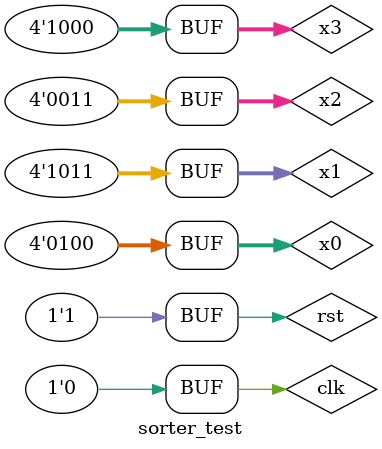
<source format=v>
`timescale 1ns / 1ps


module sorter_test(

    );
    reg [3:0]x0;
    reg [3:0]x1;
    reg [3:0]x2;
    reg [3:0]x3;
    reg clk;
    reg rst;
    wire [3:0]s0;
    wire [3:0]s1;
    wire [3:0]s2;
    wire [3:0]s3;
    wire done;
    
    sorter tb(.x0(x0),.x1(x1),.x2(x2),.x3(x3),.clk(clk),.rst(rst),.s0(s0),.s1(s1),.s2(s2),.s3(s3),.done(done));
    
    initial
    begin
        x0=4; x1=11; x2=3; x3=8; clk=0; rst=1; #5
        clk=1; #5
        clk=0; #5
        clk=1; rst=0; #5
        clk=0; rst=0; #5
        clk=1; #5
        clk=0; #5
        clk=1; #5
        clk=0; #5
        clk=1; #5
        clk=0; #5
        clk=1; #5
        clk=0; #5
        clk=1; #5
        clk=0; #5
        clk=1; #5
        clk=0; #5
        clk=1; #5
        clk=0; #5
        clk=1; #5
        clk=0; #5
        clk=1; #5
        clk=0; #5
        clk=1; #5
        clk=0; #5
        clk=1; #5
        clk=0; #5
        clk=1; #5
        clk=0; #5
        clk=1; #5
        clk=0; rst=1; #5
        clk=1; #5
        clk=0; #5
        clk=1; rst=0; #5
        clk=0; #5
        clk=1; #5
        clk=0; #5
        clk=1; #5
        clk=0; #5
        clk=1; #5
        clk=0; #5
        clk=1; #5
        clk=0; #5
        clk=1; #5
        clk=0; #5
        clk=1; #5
        clk=0; rst=1; #5
        clk=1; #5
        clk=0; #5;
    end
endmodule

</source>
